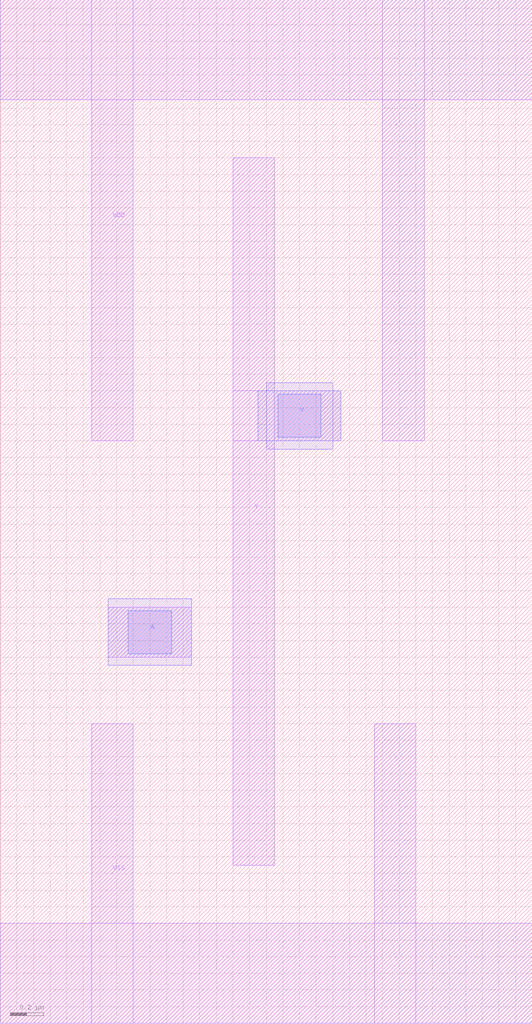
<source format=lef>
# Copyright 2022 Google LLC
# Licensed under the Apache License, Version 2.0 (the "License");
# you may not use this file except in compliance with the License.
# You may obtain a copy of the License at
#
#      http://www.apache.org/licenses/LICENSE-2.0
#
# Unless required by applicable law or agreed to in writing, software
# distributed under the License is distributed on an "AS IS" BASIS,
# WITHOUT WARRANTIES OR CONDITIONS OF ANY KIND, either express or implied.
# See the License for the specific language governing permissions and
# limitations under the License.
VERSION 5.7 ;
BUSBITCHARS "[]" ;
DIVIDERCHAR "/" ;

MACRO gf180mcu_osu_sc_gp9t3v3__clkinv_2
  CLASS CORE ;
  ORIGIN 0 0 ;
  FOREIGN gf180mcu_osu_sc_gp9t3v3__clkinv_2 0 0 ;
  SIZE 3.2 BY 6.15 ;
  SYMMETRY X Y ;
  SITE gf180mcu_osu_sc_gp9t3v3 ;
  PIN VDD
    DIRECTION INOUT ;
    USE POWER ;
    SHAPE ABUTMENT ;
    PORT
      LAYER MET1 ;
        RECT 0 5.55 3.2 6.15 ;
        RECT 2.3 3.5 2.55 6.15 ;
        RECT 0.55 3.5 0.8 6.15 ;
    END
  END VDD
  PIN VSS
    DIRECTION INOUT ;
    USE GROUND ;
    PORT
      LAYER MET1 ;
        RECT 0 0 3.2 0.6 ;
        RECT 2.25 0 2.5 1.8 ;
        RECT 0.55 0 0.8 1.8 ;
    END
  END VSS
  PIN A
    DIRECTION INPUT ;
    USE SIGNAL ;
    PORT
      LAYER MET1 ;
        RECT 0.65 2.2 1.15 2.5 ;
      LAYER MET2 ;
        RECT 0.65 2.15 1.15 2.55 ;
      LAYER VIA12 ;
        RECT 0.77 2.22 1.03 2.48 ;
    END
  END A
  PIN Y
    DIRECTION OUTPUT ;
    USE SIGNAL ;
    PORT
      LAYER MET1 ;
        RECT 1.4 3.5 2.05 3.8 ;
        RECT 1.4 0.95 1.65 5.2 ;
      LAYER MET2 ;
        RECT 1.55 3.5 2.05 3.8 ;
        RECT 1.6 3.45 2 3.85 ;
      LAYER VIA12 ;
        RECT 1.67 3.52 1.93 3.78 ;
    END
  END Y
END gf180mcu_osu_sc_gp9t3v3__clkinv_2

</source>
